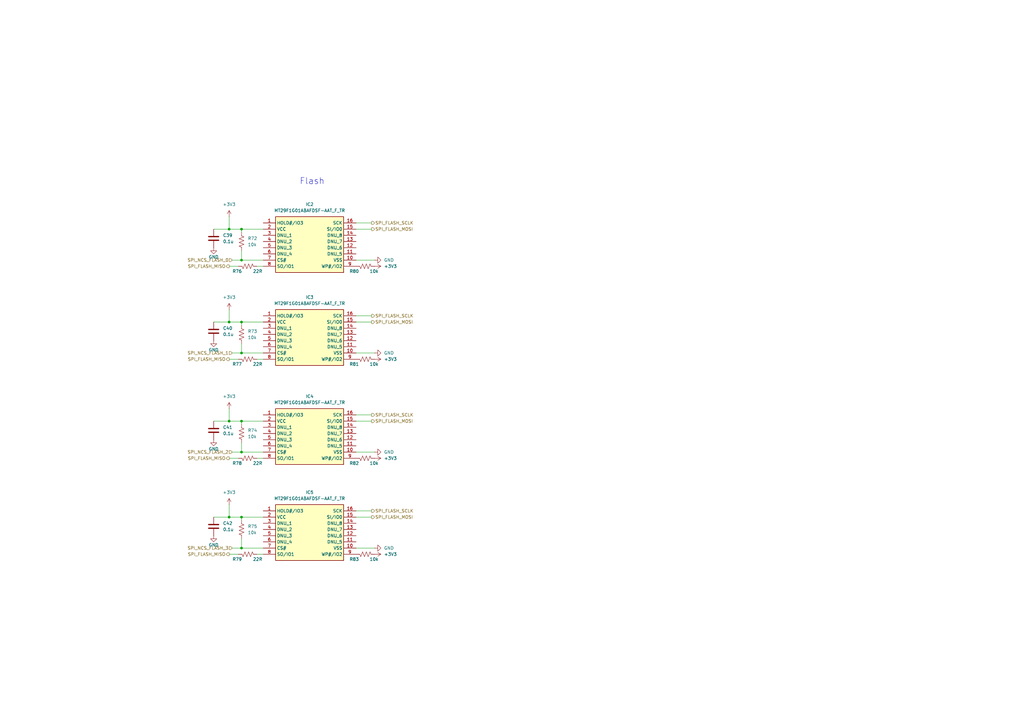
<source format=kicad_sch>
(kicad_sch (version 20250114) (generator "eeschema") (generator_version "9.0")
  (paper "A3")
  (lib_symbols
    (symbol "Device:C" (pin_numbers (hide yes)) (pin_names (offset 0.254))
      (property "Reference" "C" (at 0.635 2.54 0))
      (property "Value" "C" (at 0.635 -2.54 0))
      (symbol "C_0_1"
        (polyline (pts (xy -2.032 0.762) (xy 2.032 0.762)) (stroke (width 0.508)))
        (polyline (pts (xy -2.032 -0.762) (xy 2.032 -0.762)) (stroke (width 0.508)))
      )
      (symbol "C_1_1"
        (pin passive line (at 0 3.81 270) (length 2.794) (name "~") (number "1"))
        (pin passive line (at 0 -3.81 90) (length 2.794) (name "~") (number "2"))
      )
    )
    (symbol "Device:R_US" (pin_numbers (hide yes)) (pin_names (offset 0))
      (property "Reference" "R" (at 2.54 0 90))
      (property "Value" "R_US" (at -2.54 0 90))
      (symbol "R_US_0_1"
        (polyline (pts (xy 0 2.286) (xy 0 2.54)))
        (polyline (pts (xy 0 2.286) (xy 1.016 1.905) (xy 0 1.524) (xy -1.016 1.143) (xy 0 0.762)))
        (polyline (pts (xy 0 0.762) (xy 1.016 0.381) (xy 0 0) (xy -1.016 -0.381) (xy 0 -0.762)))
        (polyline (pts (xy 0 -0.762) (xy 1.016 -1.143) (xy 0 -1.524) (xy -1.016 -1.905) (xy 0 -2.286)))
        (polyline (pts (xy 0 -2.286) (xy 0 -2.54)))
      )
      (symbol "R_US_1_1"
        (pin passive line (at 0 3.81 270) (length 1.27) (name "~") (number "1"))
        (pin passive line (at 0 -3.81 90) (length 1.27) (name "~") (number "2"))
      )
    )
    (symbol "MT29F1G01ABAFDSF-AAT_F_TR:MT29F1G01ABAFDSF-AAT_F_TR"
      (property "Reference" "IC" (at 34.29 7.62 0))
      (property "Value" "MT29F1G01ABAFDSF-AAT_F_TR" (at 34.29 5.08 0))
      (symbol "MT29F1G01ABAFDSF-AAT_F_TR_1_1"
        (rectangle (start 5.08 2.54) (end 33.02 -20.32) (stroke (width 0.254)) (fill (type background)))
        (pin passive line (at 0 0 0) (length 5.08) (name "HOLD#/IO3") (number "1"))
        (pin passive line (at 0 -2.54 0) (length 5.08) (name "VCC") (number "2"))
        (pin passive line (at 0 -5.08 0) (length 5.08) (name "DNU_1") (number "3"))
        (pin passive line (at 0 -7.62 0) (length 5.08) (name "DNU_2") (number "4"))
        (pin passive line (at 0 -10.16 0) (length 5.08) (name "DNU_3") (number "5"))
        (pin passive line (at 0 -12.7 0) (length 5.08) (name "DNU_4") (number "6"))
        (pin passive line (at 0 -15.24 0) (length 5.08) (name "CS#") (number "7"))
        (pin passive line (at 0 -17.78 0) (length 5.08) (name "SO/IO1") (number "8"))
        (pin passive line (at 38.1 0 180) (length 5.08) (name "SCK") (number "16"))
        (pin passive line (at 38.1 -2.54 180) (length 5.08) (name "SI/IO0") (number "15"))
        (pin passive line (at 38.1 -5.08 180) (length 5.08) (name "DNU_8") (number "14"))
        (pin passive line (at 38.1 -7.62 180) (length 5.08) (name "DNU_7") (number "13"))
        (pin passive line (at 38.1 -10.16 180) (length 5.08) (name "DNU_6") (number "12"))
        (pin passive line (at 38.1 -12.7 180) (length 5.08) (name "DNU_5") (number "11"))
        (pin passive line (at 38.1 -15.24 180) (length 5.08) (name "VSS") (number "10"))
        (pin passive line (at 38.1 -17.78 180) (length 5.08) (name "WP#/IO2") (number "9"))
      )
    )
    (symbol "power:+3V3" (power) (pin_numbers (hide yes)) (pin_names (offset 0) (hide yes))
      (property "Value" "+3V3" (at 0 3.556 0))
      (symbol "+3V3_0_1"
        (polyline (pts (xy -0.762 1.27) (xy 0 2.54)))
        (polyline (pts (xy 0 2.54) (xy 0.762 1.27)))
        (polyline (pts (xy 0 0) (xy 0 2.54)))
      )
      (symbol "+3V3_1_1"
        (pin power_in line (at 0 0 90) (length 0) (name "~") (number "1"))
      )
    )
    (symbol "power:GND" (power) (pin_numbers (hide yes)) (pin_names (offset 0) (hide yes))
      (property "Value" "GND" (at 0 -3.81 0))
      (symbol "GND_0_1"
        (polyline (pts (xy 0 0) (xy 0 -1.27) (xy 1.27 -1.27) (xy 0 -2.54) (xy -1.27 -1.27) (xy 0 -1.27)))
      )
      (symbol "GND_1_1"
        (pin power_in line (at 0 0 270) (length 0) (name "~") (number "1"))
      )
    )
  )
  (text "Flash" (at 128.016 74.422 0) (effects (font (size 2.54 2.54))))
  (junction (at 99.06 172.72))
  (junction (at 99.06 106.68))
  (junction (at 99.06 212.09))
  (junction (at 99.06 185.42))
  (junction (at 93.98 212.09))
  (junction (at 99.06 144.78))
  (junction (at 93.98 172.72))
  (junction (at 93.98 132.08))
  (junction (at 99.06 93.98))
  (junction (at 93.98 93.98))
  (junction (at 99.06 224.79))
  (junction (at 99.06 132.08))
  (wire (pts (xy 87.63 212.09) (xy 93.98 212.09)))
  (wire (pts (xy 99.06 93.98) (xy 107.95 93.98)))
  (wire (pts (xy 146.05 129.54) (xy 152.4 129.54)))
  (wire (pts (xy 93.98 147.32) (xy 97.79 147.32)))
  (wire (pts (xy 93.98 187.96) (xy 97.79 187.96)))
  (wire (pts (xy 93.98 172.72) (xy 99.06 172.72)))
  (wire (pts (xy 99.06 181.61) (xy 99.06 185.42)))
  (wire (pts (xy 99.06 185.42) (xy 107.95 185.42)))
  (wire (pts (xy 99.06 102.87) (xy 99.06 106.68)))
  (wire (pts (xy 146.05 106.68) (xy 153.67 106.68)))
  (wire (pts (xy 146.05 170.18) (xy 152.4 170.18)))
  (wire (pts (xy 146.05 91.44) (xy 152.4 91.44)))
  (wire (pts (xy 105.41 187.96) (xy 107.95 187.96)))
  (wire (pts (xy 99.06 95.25) (xy 99.06 93.98)))
  (wire (pts (xy 99.06 140.97) (xy 99.06 144.78)))
  (wire (pts (xy 95.25 106.68) (xy 99.06 106.68)))
  (wire (pts (xy 93.98 127) (xy 93.98 132.08)))
  (wire (pts (xy 87.63 93.98) (xy 93.98 93.98)))
  (wire (pts (xy 105.41 109.22) (xy 107.95 109.22)))
  (wire (pts (xy 99.06 213.36) (xy 99.06 212.09)))
  (wire (pts (xy 87.63 172.72) (xy 93.98 172.72)))
  (wire (pts (xy 99.06 173.99) (xy 99.06 172.72)))
  (wire (pts (xy 99.06 144.78) (xy 107.95 144.78)))
  (wire (pts (xy 93.98 109.22) (xy 97.79 109.22)))
  (wire (pts (xy 93.98 132.08) (xy 99.06 132.08)))
  (wire (pts (xy 99.06 133.35) (xy 99.06 132.08)))
  (wire (pts (xy 146.05 144.78) (xy 153.67 144.78)))
  (wire (pts (xy 95.25 144.78) (xy 99.06 144.78)))
  (wire (pts (xy 99.06 132.08) (xy 107.95 132.08)))
  (wire (pts (xy 99.06 172.72) (xy 107.95 172.72)))
  (wire (pts (xy 105.41 147.32) (xy 107.95 147.32)))
  (wire (pts (xy 93.98 207.01) (xy 93.98 212.09)))
  (wire (pts (xy 93.98 167.64) (xy 93.98 172.72)))
  (wire (pts (xy 146.05 132.08) (xy 152.4 132.08)))
  (wire (pts (xy 99.06 224.79) (xy 107.95 224.79)))
  (wire (pts (xy 95.25 185.42) (xy 99.06 185.42)))
  (wire (pts (xy 87.63 132.08) (xy 93.98 132.08)))
  (wire (pts (xy 146.05 212.09) (xy 152.4 212.09)))
  (wire (pts (xy 146.05 209.55) (xy 152.4 209.55)))
  (wire (pts (xy 99.06 212.09) (xy 107.95 212.09)))
  (wire (pts (xy 99.06 106.68) (xy 107.95 106.68)))
  (wire (pts (xy 146.05 172.72) (xy 152.4 172.72)))
  (wire (pts (xy 105.41 227.33) (xy 107.95 227.33)))
  (wire (pts (xy 93.98 212.09) (xy 99.06 212.09)))
  (wire (pts (xy 95.25 224.79) (xy 99.06 224.79)))
  (wire (pts (xy 146.05 93.98) (xy 152.4 93.98)))
  (wire (pts (xy 146.05 224.79) (xy 153.67 224.79)))
  (wire (pts (xy 93.98 93.98) (xy 99.06 93.98)))
  (wire (pts (xy 93.98 88.9) (xy 93.98 93.98)))
  (wire (pts (xy 146.05 185.42) (xy 153.67 185.42)))
  (wire (pts (xy 99.06 220.98) (xy 99.06 224.79)))
  (wire (pts (xy 93.98 227.33) (xy 97.79 227.33)))
  (hierarchical_label "SPI_NCS_FLASH_2" (shape input) (at 95.25 185.42 180))
  (hierarchical_label "SPI_FLASH_MISO" (shape output) (at 93.98 109.22 180))
  (hierarchical_label "SPI_FLASH_MISO" (shape output) (at 93.98 147.32 180))
  (hierarchical_label "SPI_NCS_FLASH_0" (shape input) (at 95.25 106.68 180))
  (hierarchical_label "SPI_FLASH_SCLK" (shape output) (at 152.4 209.55 0))
  (hierarchical_label "SPI_FLASH_MOSI" (shape output) (at 152.4 93.98 0))
  (hierarchical_label "SPI_FLASH_MISO" (shape output) (at 93.98 187.96 180))
  (hierarchical_label "SPI_FLASH_SCLK" (shape output) (at 152.4 129.54 0))
  (hierarchical_label "SPI_FLASH_MOSI" (shape output) (at 152.4 212.09 0))
  (hierarchical_label "SPI_FLASH_MOSI" (shape output) (at 152.4 132.08 0))
  (hierarchical_label "SPI_FLASH_SCLK" (shape output) (at 152.4 170.18 0))
  (hierarchical_label "SPI_NCS_FLASH_3" (shape input) (at 95.25 224.79 180))
  (hierarchical_label "SPI_FLASH_MISO" (shape output) (at 93.98 227.33 180))
  (hierarchical_label "SPI_NCS_FLASH_1" (shape input) (at 95.25 144.78 180))
  (hierarchical_label "SPI_FLASH_SCLK" (shape output) (at 152.4 91.44 0))
  (hierarchical_label "SPI_FLASH_MOSI" (shape output) (at 152.4 172.72 0))
  (symbol (lib_id "power:+3V3") (at 153.67 227.33 270) (unit 1)
    (property "Reference" "#PWR0100" (effects (hide yes)))
    (property "Value" "+3V3" (at 157.48 227.3299 90) (effects (justify left)))
    (property "Description" "Power symbol creates a global label with name \"+3V3\"" (effects (hide yes)))
  )
  (symbol (lib_id "MT29F1G01ABAFDSF-AAT_F_TR:MT29F1G01ABAFDSF-AAT_F_TR") (at 107.95 170.18 0) (unit 1)
    (property "Reference" "IC4" (at 127 162.56 0))
    (property "Value" "MT29F1G01ABAFDSF-AAT_F_TR" (at 127 165.1 0))
    (property "Footprint" "Package_SO:SOIC-16W_7.5x10.3mm_P1.27mm" (effects (hide yes)))
    (property "Description" "1Gb 3.3V x1, x2, x4: SPI NAND Flash Memory" (effects (hide yes)))
    (property "Height" "2.65" (effects (hide yes)))
    (property "Mouser Part Number" "340-312330-REEL" (effects (hide yes)))
    (property "Mouser Price/Stock" "https://www.mouser.co.uk/ProductDetail/Micron/MT29F1G01ABAFDSF-AATF-TR?qs=j%252B1pi9TdxUZnbzht528nZQ%3D%3D" (effects (hide yes)))
    (property "Manufacturer_Name" "Micron" (effects (hide yes)))
    (property "Manufacturer_Part_Number" "MT29F1G01ABAFDSF-AAT:F TR" (effects (hide yes)))
  )
  (symbol (lib_id "Device:C") (at 87.63 97.79 180) (unit 1)
    (property "Reference" "C39" (at 91.44 96.5199 0) (effects (justify right)))
    (property "Value" "0.1u" (at 91.44 99.0599 0) (effects (justify right)))
    (property "Footprint" "Capacitor_SMD:C_0603_1608Metric" (effects (hide yes)))
    (property "Description" "Unpolarized capacitor" (effects (hide yes)))
  )
  (symbol (lib_id "power:GND") (at 87.63 101.6 0) (unit 1)
    (property "Reference" "#PWR085" (effects (hide yes)))
    (property "Value" "GND" (at 87.63 105.41 0))
    (property "Description" "Power symbol creates a global label with name \"GND\" , ground" (effects (hide yes)))
  )
  (symbol (lib_id "Device:C") (at 87.63 135.89 180) (unit 1)
    (property "Reference" "C40" (at 91.44 134.6199 0) (effects (justify right)))
    (property "Value" "0.1u" (at 91.44 137.1599 0) (effects (justify right)))
    (property "Footprint" "Capacitor_SMD:C_0603_1608Metric" (effects (hide yes)))
    (property "Description" "Unpolarized capacitor" (effects (hide yes)))
  )
  (symbol (lib_id "Device:R_US") (at 101.6 187.96 270) (mirror x) (unit 1)
    (property "Reference" "R78" (at 97.282 189.992 90))
    (property "Value" "22R" (at 105.664 189.992 90))
    (property "Footprint" "Resistor_SMD:R_0603_1608Metric" (effects (hide yes)))
    (property "Description" "Resistor, US symbol" (effects (hide yes)))
  )
  (symbol (lib_id "MT29F1G01ABAFDSF-AAT_F_TR:MT29F1G01ABAFDSF-AAT_F_TR") (at 107.95 209.55 0) (unit 1)
    (property "Reference" "IC5" (at 127 201.93 0))
    (property "Value" "MT29F1G01ABAFDSF-AAT_F_TR" (at 127 204.47 0))
    (property "Footprint" "Package_SO:SOIC-16W_7.5x10.3mm_P1.27mm" (effects (hide yes)))
    (property "Description" "1Gb 3.3V x1, x2, x4: SPI NAND Flash Memory" (effects (hide yes)))
    (property "Height" "2.65" (effects (hide yes)))
    (property "Mouser Part Number" "340-312330-REEL" (effects (hide yes)))
    (property "Mouser Price/Stock" "https://www.mouser.co.uk/ProductDetail/Micron/MT29F1G01ABAFDSF-AATF-TR?qs=j%252B1pi9TdxUZnbzht528nZQ%3D%3D" (effects (hide yes)))
    (property "Manufacturer_Name" "Micron" (effects (hide yes)))
    (property "Manufacturer_Part_Number" "MT29F1G01ABAFDSF-AAT:F TR" (effects (hide yes)))
  )
  (symbol (lib_id "power:+3V3") (at 93.98 127 0) (unit 1)
    (property "Reference" "#PWR090" (effects (hide yes)))
    (property "Value" "+3V3" (at 93.98 121.92 0))
    (property "Description" "Power symbol creates a global label with name \"+3V3\"" (effects (hide yes)))
  )
  (symbol (lib_id "Device:R_US") (at 99.06 177.8 0) (unit 1)
    (property "Reference" "R74" (at 101.6 176.5299 0) (effects (justify left)))
    (property "Value" "10k" (at 101.6 179.0699 0) (effects (justify left)))
    (property "Footprint" "Resistor_SMD:R_0603_1608Metric" (effects (hide yes)))
    (property "Description" "Resistor, US symbol" (effects (hide yes)))
  )
  (symbol (lib_id "Device:R_US") (at 99.06 217.17 0) (unit 1)
    (property "Reference" "R75" (at 101.6 215.8999 0) (effects (justify left)))
    (property "Value" "10k" (at 101.6 218.4399 0) (effects (justify left)))
    (property "Footprint" "Resistor_SMD:R_0603_1608Metric" (effects (hide yes)))
    (property "Description" "Resistor, US symbol" (effects (hide yes)))
  )
  (symbol (lib_id "Device:R_US") (at 101.6 227.33 270) (mirror x) (unit 1)
    (property "Reference" "R79" (at 97.282 229.362 90))
    (property "Value" "22R" (at 105.664 229.362 90))
    (property "Footprint" "Resistor_SMD:R_0603_1608Metric" (effects (hide yes)))
    (property "Description" "Resistor, US symbol" (effects (hide yes)))
  )
  (symbol (lib_id "power:GND") (at 153.67 106.68 90) (unit 1)
    (property "Reference" "#PWR093" (effects (hide yes)))
    (property "Value" "GND" (at 157.48 106.6799 90) (effects (justify right)))
    (property "Description" "Power symbol creates a global label with name \"GND\" , ground" (effects (hide yes)))
  )
  (symbol (lib_id "Device:R_US") (at 99.06 99.06 0) (unit 1)
    (property "Reference" "R72" (at 101.6 97.7899 0) (effects (justify left)))
    (property "Value" "10k" (at 101.6 100.3299 0) (effects (justify left)))
    (property "Footprint" "Resistor_SMD:R_0603_1608Metric" (effects (hide yes)))
    (property "Description" "Resistor, US symbol" (effects (hide yes)))
  )
  (symbol (lib_id "Device:R_US") (at 149.86 147.32 90) (mirror x) (unit 1)
    (property "Reference" "R81" (at 145.288 149.352 90))
    (property "Value" "10k" (at 153.416 149.352 90))
    (property "Footprint" "Resistor_SMD:R_0603_1608Metric" (effects (hide yes)))
    (property "Description" "Resistor, US symbol" (effects (hide yes)))
  )
  (symbol (lib_id "power:GND") (at 153.67 144.78 90) (unit 1)
    (property "Reference" "#PWR095" (effects (hide yes)))
    (property "Value" "GND" (at 157.48 144.7799 90) (effects (justify right)))
    (property "Description" "Power symbol creates a global label with name \"GND\" , ground" (effects (hide yes)))
  )
  (symbol (lib_id "power:+3V3") (at 93.98 88.9 0) (unit 1)
    (property "Reference" "#PWR089" (effects (hide yes)))
    (property "Value" "+3V3" (at 93.98 83.82 0))
    (property "Description" "Power symbol creates a global label with name \"+3V3\"" (effects (hide yes)))
  )
  (symbol (lib_id "Device:R_US") (at 149.86 227.33 90) (mirror x) (unit 1)
    (property "Reference" "R83" (at 145.288 229.362 90))
    (property "Value" "10k" (at 153.416 229.362 90))
    (property "Footprint" "Resistor_SMD:R_0603_1608Metric" (effects (hide yes)))
    (property "Description" "Resistor, US symbol" (effects (hide yes)))
  )
  (symbol (lib_id "Device:R_US") (at 149.86 187.96 90) (mirror x) (unit 1)
    (property "Reference" "R82" (at 145.288 189.992 90))
    (property "Value" "10k" (at 153.416 189.992 90))
    (property "Footprint" "Resistor_SMD:R_0603_1608Metric" (effects (hide yes)))
    (property "Description" "Resistor, US symbol" (effects (hide yes)))
  )
  (symbol (lib_id "power:GND") (at 153.67 224.79 90) (unit 1)
    (property "Reference" "#PWR099" (effects (hide yes)))
    (property "Value" "GND" (at 157.48 224.7899 90) (effects (justify right)))
    (property "Description" "Power symbol creates a global label with name \"GND\" , ground" (effects (hide yes)))
  )
  (symbol (lib_id "power:GND") (at 87.63 139.7 0) (unit 1)
    (property "Reference" "#PWR086" (effects (hide yes)))
    (property "Value" "GND" (at 87.63 143.51 0))
    (property "Description" "Power symbol creates a global label with name \"GND\" , ground" (effects (hide yes)))
  )
  (symbol (lib_id "power:+3V3") (at 153.67 147.32 270) (unit 1)
    (property "Reference" "#PWR096" (effects (hide yes)))
    (property "Value" "+3V3" (at 157.48 147.3199 90) (effects (justify left)))
    (property "Description" "Power symbol creates a global label with name \"+3V3\"" (effects (hide yes)))
  )
  (symbol (lib_id "MT29F1G01ABAFDSF-AAT_F_TR:MT29F1G01ABAFDSF-AAT_F_TR") (at 107.95 91.44 0) (unit 1)
    (property "Reference" "IC2" (at 127 83.82 0))
    (property "Value" "MT29F1G01ABAFDSF-AAT_F_TR" (at 127 86.36 0))
    (property "Footprint" "Package_SO:SOIC-16W_7.5x10.3mm_P1.27mm" (effects (hide yes)))
    (property "Description" "1Gb 3.3V x1, x2, x4: SPI NAND Flash Memory" (effects (hide yes)))
    (property "Height" "2.65" (effects (hide yes)))
    (property "Mouser Part Number" "340-312330-REEL" (effects (hide yes)))
    (property "Mouser Price/Stock" "https://www.mouser.co.uk/ProductDetail/Micron/MT29F1G01ABAFDSF-AATF-TR?qs=j%252B1pi9TdxUZnbzht528nZQ%3D%3D" (effects (hide yes)))
    (property "Manufacturer_Name" "Micron" (effects (hide yes)))
    (property "Manufacturer_Part_Number" "MT29F1G01ABAFDSF-AAT:F TR" (effects (hide yes)))
  )
  (symbol (lib_id "Device:C") (at 87.63 176.53 180) (unit 1)
    (property "Reference" "C41" (at 91.44 175.2599 0) (effects (justify right)))
    (property "Value" "0.1u" (at 91.44 177.7999 0) (effects (justify right)))
    (property "Footprint" "Capacitor_SMD:C_0603_1608Metric" (effects (hide yes)))
    (property "Description" "Unpolarized capacitor" (effects (hide yes)))
  )
  (symbol (lib_id "Device:R_US") (at 99.06 137.16 0) (unit 1)
    (property "Reference" "R73" (at 101.6 135.8899 0) (effects (justify left)))
    (property "Value" "10k" (at 101.6 138.4299 0) (effects (justify left)))
    (property "Footprint" "Resistor_SMD:R_0603_1608Metric" (effects (hide yes)))
    (property "Description" "Resistor, US symbol" (effects (hide yes)))
  )
  (symbol (lib_id "power:GND") (at 87.63 180.34 0) (unit 1)
    (property "Reference" "#PWR087" (effects (hide yes)))
    (property "Value" "GND" (at 87.63 184.15 0))
    (property "Description" "Power symbol creates a global label with name \"GND\" , ground" (effects (hide yes)))
  )
  (symbol (lib_id "Device:C") (at 87.63 215.9 180) (unit 1)
    (property "Reference" "C42" (at 91.44 214.6299 0) (effects (justify right)))
    (property "Value" "0.1u" (at 91.44 217.1699 0) (effects (justify right)))
    (property "Footprint" "Capacitor_SMD:C_0603_1608Metric" (effects (hide yes)))
    (property "Description" "Unpolarized capacitor" (effects (hide yes)))
  )
  (symbol (lib_id "power:GND") (at 153.67 185.42 90) (unit 1)
    (property "Reference" "#PWR097" (effects (hide yes)))
    (property "Value" "GND" (at 157.48 185.4199 90) (effects (justify right)))
    (property "Description" "Power symbol creates a global label with name \"GND\" , ground" (effects (hide yes)))
  )
  (symbol (lib_id "power:GND") (at 87.63 219.71 0) (unit 1)
    (property "Reference" "#PWR088" (effects (hide yes)))
    (property "Value" "GND" (at 87.63 223.52 0))
    (property "Description" "Power symbol creates a global label with name \"GND\" , ground" (effects (hide yes)))
  )
  (symbol (lib_id "power:+3V3") (at 153.67 187.96 270) (unit 1)
    (property "Reference" "#PWR098" (effects (hide yes)))
    (property "Value" "+3V3" (at 157.48 187.9599 90) (effects (justify left)))
    (property "Description" "Power symbol creates a global label with name \"+3V3\"" (effects (hide yes)))
  )
  (symbol (lib_id "power:+3V3") (at 153.67 109.22 270) (unit 1)
    (property "Reference" "#PWR094" (effects (hide yes)))
    (property "Value" "+3V3" (at 157.48 109.2199 90) (effects (justify left)))
    (property "Description" "Power symbol creates a global label with name \"+3V3\"" (effects (hide yes)))
  )
  (symbol (lib_id "power:+3V3") (at 93.98 207.01 0) (unit 1)
    (property "Reference" "#PWR092" (effects (hide yes)))
    (property "Value" "+3V3" (at 93.98 201.93 0))
    (property "Description" "Power symbol creates a global label with name \"+3V3\"" (effects (hide yes)))
  )
  (symbol (lib_id "Device:R_US") (at 149.86 109.22 90) (mirror x) (unit 1)
    (property "Reference" "R80" (at 145.288 111.252 90))
    (property "Value" "10k" (at 153.416 111.252 90))
    (property "Footprint" "Resistor_SMD:R_0603_1608Metric" (effects (hide yes)))
    (property "Description" "Resistor, US symbol" (effects (hide yes)))
  )
  (symbol (lib_id "power:+3V3") (at 93.98 167.64 0) (unit 1)
    (property "Reference" "#PWR091" (effects (hide yes)))
    (property "Value" "+3V3" (at 93.98 162.56 0))
    (property "Description" "Power symbol creates a global label with name \"+3V3\"" (effects (hide yes)))
  )
  (symbol (lib_id "Device:R_US") (at 101.6 109.22 270) (mirror x) (unit 1)
    (property "Reference" "R76" (at 97.282 111.252 90))
    (property "Value" "22R" (at 105.664 111.252 90))
    (property "Footprint" "Resistor_SMD:R_0603_1608Metric" (effects (hide yes)))
    (property "Description" "Resistor, US symbol" (effects (hide yes)))
  )
  (symbol (lib_id "MT29F1G01ABAFDSF-AAT_F_TR:MT29F1G01ABAFDSF-AAT_F_TR") (at 107.95 129.54 0) (unit 1)
    (property "Reference" "IC3" (at 127 121.92 0))
    (property "Value" "MT29F1G01ABAFDSF-AAT_F_TR" (at 127 124.46 0))
    (property "Footprint" "Package_SO:SOIC-16W_7.5x10.3mm_P1.27mm" (effects (hide yes)))
    (property "Description" "1Gb 3.3V x1, x2, x4: SPI NAND Flash Memory" (effects (hide yes)))
    (property "Height" "2.65" (effects (hide yes)))
    (property "Mouser Part Number" "340-312330-REEL" (effects (hide yes)))
    (property "Mouser Price/Stock" "https://www.mouser.co.uk/ProductDetail/Micron/MT29F1G01ABAFDSF-AATF-TR?qs=j%252B1pi9TdxUZnbzht528nZQ%3D%3D" (effects (hide yes)))
    (property "Manufacturer_Name" "Micron" (effects (hide yes)))
    (property "Manufacturer_Part_Number" "MT29F1G01ABAFDSF-AAT:F TR" (effects (hide yes)))
  )
  (symbol (lib_id "Device:R_US") (at 101.6 147.32 270) (mirror x) (unit 1)
    (property "Reference" "R77" (at 97.282 149.352 90))
    (property "Value" "22R" (at 105.664 149.352 90))
    (property "Footprint" "Resistor_SMD:R_0603_1608Metric" (effects (hide yes)))
    (property "Description" "Resistor, US symbol" (effects (hide yes)))
  )
)
</source>
